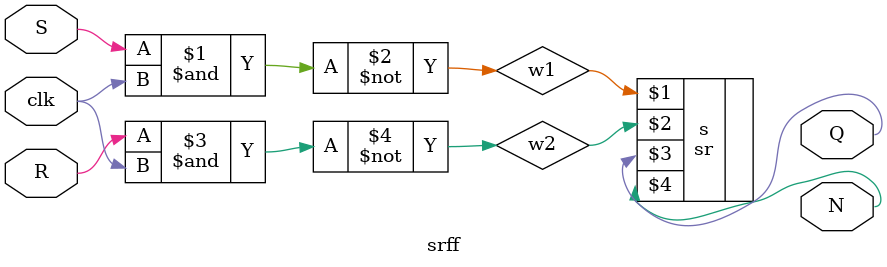
<source format=v>
module srff(
	input clk,
	input S,
	input R,
	output Q,
	output N
);

wire w1, w2;
nand(w1, S, clk);
nand(w2, R, clk);
sr s(w1, w2, Q, N);

endmodule

</source>
